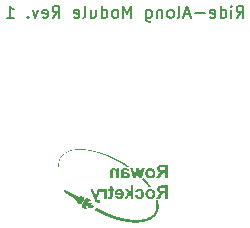
<source format=gbr>
%TF.GenerationSoftware,KiCad,Pcbnew,9.0.1*%
%TF.CreationDate,2025-04-10T15:19:34-04:00*%
%TF.ProjectId,ride-along-module,72696465-2d61-46c6-9f6e-672d6d6f6475,rev?*%
%TF.SameCoordinates,Original*%
%TF.FileFunction,Legend,Bot*%
%TF.FilePolarity,Positive*%
%FSLAX46Y46*%
G04 Gerber Fmt 4.6, Leading zero omitted, Abs format (unit mm)*
G04 Created by KiCad (PCBNEW 9.0.1) date 2025-04-10 15:19:34*
%MOMM*%
%LPD*%
G01*
G04 APERTURE LIST*
%ADD10C,0.145143*%
%ADD11C,0.000000*%
G04 APERTURE END LIST*
D10*
X150397093Y-57780112D02*
X150735760Y-57296303D01*
X150977665Y-57780112D02*
X150977665Y-56764112D01*
X150977665Y-56764112D02*
X150590617Y-56764112D01*
X150590617Y-56764112D02*
X150493855Y-56812493D01*
X150493855Y-56812493D02*
X150445474Y-56860874D01*
X150445474Y-56860874D02*
X150397093Y-56957636D01*
X150397093Y-56957636D02*
X150397093Y-57102779D01*
X150397093Y-57102779D02*
X150445474Y-57199541D01*
X150445474Y-57199541D02*
X150493855Y-57247922D01*
X150493855Y-57247922D02*
X150590617Y-57296303D01*
X150590617Y-57296303D02*
X150977665Y-57296303D01*
X149961665Y-57780112D02*
X149961665Y-57102779D01*
X149961665Y-56764112D02*
X150010046Y-56812493D01*
X150010046Y-56812493D02*
X149961665Y-56860874D01*
X149961665Y-56860874D02*
X149913284Y-56812493D01*
X149913284Y-56812493D02*
X149961665Y-56764112D01*
X149961665Y-56764112D02*
X149961665Y-56860874D01*
X149042426Y-57780112D02*
X149042426Y-56764112D01*
X149042426Y-57731732D02*
X149139188Y-57780112D01*
X149139188Y-57780112D02*
X149332712Y-57780112D01*
X149332712Y-57780112D02*
X149429474Y-57731732D01*
X149429474Y-57731732D02*
X149477855Y-57683351D01*
X149477855Y-57683351D02*
X149526236Y-57586589D01*
X149526236Y-57586589D02*
X149526236Y-57296303D01*
X149526236Y-57296303D02*
X149477855Y-57199541D01*
X149477855Y-57199541D02*
X149429474Y-57151160D01*
X149429474Y-57151160D02*
X149332712Y-57102779D01*
X149332712Y-57102779D02*
X149139188Y-57102779D01*
X149139188Y-57102779D02*
X149042426Y-57151160D01*
X148171569Y-57731732D02*
X148268331Y-57780112D01*
X148268331Y-57780112D02*
X148461855Y-57780112D01*
X148461855Y-57780112D02*
X148558617Y-57731732D01*
X148558617Y-57731732D02*
X148606998Y-57634970D01*
X148606998Y-57634970D02*
X148606998Y-57247922D01*
X148606998Y-57247922D02*
X148558617Y-57151160D01*
X148558617Y-57151160D02*
X148461855Y-57102779D01*
X148461855Y-57102779D02*
X148268331Y-57102779D01*
X148268331Y-57102779D02*
X148171569Y-57151160D01*
X148171569Y-57151160D02*
X148123188Y-57247922D01*
X148123188Y-57247922D02*
X148123188Y-57344684D01*
X148123188Y-57344684D02*
X148606998Y-57441446D01*
X147687760Y-57393065D02*
X146913665Y-57393065D01*
X146478236Y-57489827D02*
X145994426Y-57489827D01*
X146574998Y-57780112D02*
X146236331Y-56764112D01*
X146236331Y-56764112D02*
X145897664Y-57780112D01*
X145413855Y-57780112D02*
X145510617Y-57731732D01*
X145510617Y-57731732D02*
X145558998Y-57634970D01*
X145558998Y-57634970D02*
X145558998Y-56764112D01*
X144881665Y-57780112D02*
X144978427Y-57731732D01*
X144978427Y-57731732D02*
X145026808Y-57683351D01*
X145026808Y-57683351D02*
X145075189Y-57586589D01*
X145075189Y-57586589D02*
X145075189Y-57296303D01*
X145075189Y-57296303D02*
X145026808Y-57199541D01*
X145026808Y-57199541D02*
X144978427Y-57151160D01*
X144978427Y-57151160D02*
X144881665Y-57102779D01*
X144881665Y-57102779D02*
X144736522Y-57102779D01*
X144736522Y-57102779D02*
X144639760Y-57151160D01*
X144639760Y-57151160D02*
X144591379Y-57199541D01*
X144591379Y-57199541D02*
X144542998Y-57296303D01*
X144542998Y-57296303D02*
X144542998Y-57586589D01*
X144542998Y-57586589D02*
X144591379Y-57683351D01*
X144591379Y-57683351D02*
X144639760Y-57731732D01*
X144639760Y-57731732D02*
X144736522Y-57780112D01*
X144736522Y-57780112D02*
X144881665Y-57780112D01*
X144107570Y-57102779D02*
X144107570Y-57780112D01*
X144107570Y-57199541D02*
X144059189Y-57151160D01*
X144059189Y-57151160D02*
X143962427Y-57102779D01*
X143962427Y-57102779D02*
X143817284Y-57102779D01*
X143817284Y-57102779D02*
X143720522Y-57151160D01*
X143720522Y-57151160D02*
X143672141Y-57247922D01*
X143672141Y-57247922D02*
X143672141Y-57780112D01*
X142752903Y-57102779D02*
X142752903Y-57925255D01*
X142752903Y-57925255D02*
X142801284Y-58022017D01*
X142801284Y-58022017D02*
X142849665Y-58070398D01*
X142849665Y-58070398D02*
X142946427Y-58118779D01*
X142946427Y-58118779D02*
X143091570Y-58118779D01*
X143091570Y-58118779D02*
X143188332Y-58070398D01*
X142752903Y-57731732D02*
X142849665Y-57780112D01*
X142849665Y-57780112D02*
X143043189Y-57780112D01*
X143043189Y-57780112D02*
X143139951Y-57731732D01*
X143139951Y-57731732D02*
X143188332Y-57683351D01*
X143188332Y-57683351D02*
X143236713Y-57586589D01*
X143236713Y-57586589D02*
X143236713Y-57296303D01*
X143236713Y-57296303D02*
X143188332Y-57199541D01*
X143188332Y-57199541D02*
X143139951Y-57151160D01*
X143139951Y-57151160D02*
X143043189Y-57102779D01*
X143043189Y-57102779D02*
X142849665Y-57102779D01*
X142849665Y-57102779D02*
X142752903Y-57151160D01*
X141494999Y-57780112D02*
X141494999Y-56764112D01*
X141494999Y-56764112D02*
X141156332Y-57489827D01*
X141156332Y-57489827D02*
X140817665Y-56764112D01*
X140817665Y-56764112D02*
X140817665Y-57780112D01*
X140188713Y-57780112D02*
X140285475Y-57731732D01*
X140285475Y-57731732D02*
X140333856Y-57683351D01*
X140333856Y-57683351D02*
X140382237Y-57586589D01*
X140382237Y-57586589D02*
X140382237Y-57296303D01*
X140382237Y-57296303D02*
X140333856Y-57199541D01*
X140333856Y-57199541D02*
X140285475Y-57151160D01*
X140285475Y-57151160D02*
X140188713Y-57102779D01*
X140188713Y-57102779D02*
X140043570Y-57102779D01*
X140043570Y-57102779D02*
X139946808Y-57151160D01*
X139946808Y-57151160D02*
X139898427Y-57199541D01*
X139898427Y-57199541D02*
X139850046Y-57296303D01*
X139850046Y-57296303D02*
X139850046Y-57586589D01*
X139850046Y-57586589D02*
X139898427Y-57683351D01*
X139898427Y-57683351D02*
X139946808Y-57731732D01*
X139946808Y-57731732D02*
X140043570Y-57780112D01*
X140043570Y-57780112D02*
X140188713Y-57780112D01*
X138979189Y-57780112D02*
X138979189Y-56764112D01*
X138979189Y-57731732D02*
X139075951Y-57780112D01*
X139075951Y-57780112D02*
X139269475Y-57780112D01*
X139269475Y-57780112D02*
X139366237Y-57731732D01*
X139366237Y-57731732D02*
X139414618Y-57683351D01*
X139414618Y-57683351D02*
X139462999Y-57586589D01*
X139462999Y-57586589D02*
X139462999Y-57296303D01*
X139462999Y-57296303D02*
X139414618Y-57199541D01*
X139414618Y-57199541D02*
X139366237Y-57151160D01*
X139366237Y-57151160D02*
X139269475Y-57102779D01*
X139269475Y-57102779D02*
X139075951Y-57102779D01*
X139075951Y-57102779D02*
X138979189Y-57151160D01*
X138059951Y-57102779D02*
X138059951Y-57780112D01*
X138495380Y-57102779D02*
X138495380Y-57634970D01*
X138495380Y-57634970D02*
X138446999Y-57731732D01*
X138446999Y-57731732D02*
X138350237Y-57780112D01*
X138350237Y-57780112D02*
X138205094Y-57780112D01*
X138205094Y-57780112D02*
X138108332Y-57731732D01*
X138108332Y-57731732D02*
X138059951Y-57683351D01*
X137430999Y-57780112D02*
X137527761Y-57731732D01*
X137527761Y-57731732D02*
X137576142Y-57634970D01*
X137576142Y-57634970D02*
X137576142Y-56764112D01*
X136656904Y-57731732D02*
X136753666Y-57780112D01*
X136753666Y-57780112D02*
X136947190Y-57780112D01*
X136947190Y-57780112D02*
X137043952Y-57731732D01*
X137043952Y-57731732D02*
X137092333Y-57634970D01*
X137092333Y-57634970D02*
X137092333Y-57247922D01*
X137092333Y-57247922D02*
X137043952Y-57151160D01*
X137043952Y-57151160D02*
X136947190Y-57102779D01*
X136947190Y-57102779D02*
X136753666Y-57102779D01*
X136753666Y-57102779D02*
X136656904Y-57151160D01*
X136656904Y-57151160D02*
X136608523Y-57247922D01*
X136608523Y-57247922D02*
X136608523Y-57344684D01*
X136608523Y-57344684D02*
X137092333Y-57441446D01*
X134818428Y-57780112D02*
X135157095Y-57296303D01*
X135399000Y-57780112D02*
X135399000Y-56764112D01*
X135399000Y-56764112D02*
X135011952Y-56764112D01*
X135011952Y-56764112D02*
X134915190Y-56812493D01*
X134915190Y-56812493D02*
X134866809Y-56860874D01*
X134866809Y-56860874D02*
X134818428Y-56957636D01*
X134818428Y-56957636D02*
X134818428Y-57102779D01*
X134818428Y-57102779D02*
X134866809Y-57199541D01*
X134866809Y-57199541D02*
X134915190Y-57247922D01*
X134915190Y-57247922D02*
X135011952Y-57296303D01*
X135011952Y-57296303D02*
X135399000Y-57296303D01*
X133995952Y-57731732D02*
X134092714Y-57780112D01*
X134092714Y-57780112D02*
X134286238Y-57780112D01*
X134286238Y-57780112D02*
X134383000Y-57731732D01*
X134383000Y-57731732D02*
X134431381Y-57634970D01*
X134431381Y-57634970D02*
X134431381Y-57247922D01*
X134431381Y-57247922D02*
X134383000Y-57151160D01*
X134383000Y-57151160D02*
X134286238Y-57102779D01*
X134286238Y-57102779D02*
X134092714Y-57102779D01*
X134092714Y-57102779D02*
X133995952Y-57151160D01*
X133995952Y-57151160D02*
X133947571Y-57247922D01*
X133947571Y-57247922D02*
X133947571Y-57344684D01*
X133947571Y-57344684D02*
X134431381Y-57441446D01*
X133608905Y-57102779D02*
X133367000Y-57780112D01*
X133367000Y-57780112D02*
X133125095Y-57102779D01*
X132738048Y-57683351D02*
X132689667Y-57731732D01*
X132689667Y-57731732D02*
X132738048Y-57780112D01*
X132738048Y-57780112D02*
X132786429Y-57731732D01*
X132786429Y-57731732D02*
X132738048Y-57683351D01*
X132738048Y-57683351D02*
X132738048Y-57780112D01*
X130947952Y-57780112D02*
X131528524Y-57780112D01*
X131238238Y-57780112D02*
X131238238Y-56764112D01*
X131238238Y-56764112D02*
X131335000Y-56909255D01*
X131335000Y-56909255D02*
X131431762Y-57006017D01*
X131431762Y-57006017D02*
X131528524Y-57054398D01*
D11*
%TO.C,G\u002A\u002A\u002A*%
G36*
X135493998Y-71007751D02*
G01*
X135499173Y-71016819D01*
X135507952Y-71034274D01*
X135519407Y-71058243D01*
X135532611Y-71086849D01*
X135538960Y-71100951D01*
X135550699Y-71127829D01*
X135559630Y-71149406D01*
X135564973Y-71163760D01*
X135565946Y-71168967D01*
X135565526Y-71168726D01*
X135560968Y-71161470D01*
X135553002Y-71145898D01*
X135542715Y-71124425D01*
X135531192Y-71099466D01*
X135519521Y-71073436D01*
X135508787Y-71048752D01*
X135500077Y-71027828D01*
X135494477Y-71013080D01*
X135493072Y-71006923D01*
X135493998Y-71007751D01*
G37*
G36*
X142637993Y-71460000D02*
G01*
X142666969Y-71490036D01*
X142702812Y-71527284D01*
X142732745Y-71558586D01*
X142758299Y-71585613D01*
X142781006Y-71610033D01*
X142802397Y-71633514D01*
X142824003Y-71657725D01*
X142847357Y-71684336D01*
X142873988Y-71715016D01*
X142905430Y-71751432D01*
X142910282Y-71757060D01*
X142935301Y-71786146D01*
X142956486Y-71810992D01*
X142975236Y-71833344D01*
X142992953Y-71854949D01*
X143011036Y-71877554D01*
X143030887Y-71902905D01*
X143053905Y-71932749D01*
X143081492Y-71968834D01*
X143115046Y-72012906D01*
X143202111Y-72127362D01*
X143099302Y-72127362D01*
X142996494Y-72127362D01*
X142927692Y-72035916D01*
X142919385Y-72024911D01*
X142859829Y-71948039D01*
X142796630Y-71870020D01*
X142728641Y-71789520D01*
X142654717Y-71705202D01*
X142573712Y-71615733D01*
X142484478Y-71519777D01*
X142475611Y-71510337D01*
X142453158Y-71486135D01*
X142437909Y-71468896D01*
X142428894Y-71457247D01*
X142425142Y-71449815D01*
X142425681Y-71445226D01*
X142429539Y-71442107D01*
X142433287Y-71439916D01*
X142457256Y-71419277D01*
X142477789Y-71390588D01*
X142492216Y-71357456D01*
X142503512Y-71320660D01*
X142637993Y-71460000D01*
G37*
G36*
X141657101Y-72524142D02*
G01*
X141657101Y-73085737D01*
X141547223Y-73085737D01*
X141437346Y-73085737D01*
X141437052Y-72952969D01*
X141436758Y-72820200D01*
X141389636Y-72769715D01*
X141342514Y-72719230D01*
X141241901Y-72902299D01*
X141141287Y-73085369D01*
X141023565Y-73085553D01*
X141017990Y-73085561D01*
X140978775Y-73085539D01*
X140950077Y-73085260D01*
X140930391Y-73084581D01*
X140918209Y-73083363D01*
X140912025Y-73081463D01*
X140910333Y-73078741D01*
X140911625Y-73075055D01*
X140915031Y-73068995D01*
X140924038Y-73053138D01*
X140937922Y-73028765D01*
X140956055Y-72996976D01*
X140977808Y-72958871D01*
X141002555Y-72915551D01*
X141029667Y-72868116D01*
X141058515Y-72817666D01*
X141084815Y-72771545D01*
X141111588Y-72724286D01*
X141135805Y-72681215D01*
X141156878Y-72643397D01*
X141174217Y-72611897D01*
X141187231Y-72587781D01*
X141195330Y-72572114D01*
X141197925Y-72565960D01*
X141196037Y-72563436D01*
X141186868Y-72552827D01*
X141170993Y-72535068D01*
X141149403Y-72511250D01*
X141123089Y-72482466D01*
X141093041Y-72449805D01*
X141060253Y-72414360D01*
X140924280Y-72267761D01*
X141058523Y-72267761D01*
X141192766Y-72267761D01*
X141313530Y-72406085D01*
X141434294Y-72544409D01*
X141435879Y-72253478D01*
X141437464Y-71962546D01*
X141547282Y-71962546D01*
X141657101Y-71962546D01*
X141657101Y-72524142D01*
G37*
G36*
X139996538Y-70498327D02*
G01*
X140051188Y-70506167D01*
X140100611Y-70523124D01*
X140147217Y-70550174D01*
X140193414Y-70588291D01*
X140234798Y-70627183D01*
X140234798Y-70571504D01*
X140234798Y-70515826D01*
X140335519Y-70515826D01*
X140436240Y-70515826D01*
X140436240Y-70924815D01*
X140436240Y-71333803D01*
X140326766Y-71333803D01*
X140217291Y-71333803D01*
X140215064Y-71066740D01*
X140214537Y-71007855D01*
X140213928Y-70952493D01*
X140213248Y-70907134D01*
X140212448Y-70870613D01*
X140211476Y-70841765D01*
X140210283Y-70819427D01*
X140208817Y-70802432D01*
X140207029Y-70789617D01*
X140204867Y-70779816D01*
X140202282Y-70771865D01*
X140190904Y-70747685D01*
X140164714Y-70713321D01*
X140130879Y-70687610D01*
X140090827Y-70671521D01*
X140045986Y-70666019D01*
X140023266Y-70666901D01*
X139998556Y-70671761D01*
X139977516Y-70682526D01*
X139955359Y-70701047D01*
X139955250Y-70701151D01*
X139946526Y-70709832D01*
X139939181Y-70718689D01*
X139933083Y-70728816D01*
X139928101Y-70741306D01*
X139924106Y-70757254D01*
X139920966Y-70777753D01*
X139918551Y-70803898D01*
X139916730Y-70836781D01*
X139915373Y-70877497D01*
X139914348Y-70927141D01*
X139913526Y-70986805D01*
X139912775Y-71057583D01*
X139910042Y-71333803D01*
X139803831Y-71333803D01*
X139697620Y-71333803D01*
X139697620Y-71032761D01*
X139697762Y-70955952D01*
X139698192Y-70886808D01*
X139698900Y-70827262D01*
X139699875Y-70777837D01*
X139701107Y-70739054D01*
X139702586Y-70711434D01*
X139704301Y-70695498D01*
X139713764Y-70658711D01*
X139735651Y-70611379D01*
X139766639Y-70571618D01*
X139806112Y-70539889D01*
X139853451Y-70516655D01*
X139908040Y-70502376D01*
X139969261Y-70497513D01*
X139996538Y-70498327D01*
G37*
G36*
X139689714Y-71980983D02*
G01*
X139697810Y-71985089D01*
X139714427Y-71994321D01*
X139737928Y-72007744D01*
X139766672Y-72024425D01*
X139799021Y-72043428D01*
X139904931Y-72105997D01*
X139905049Y-72186879D01*
X139905166Y-72267761D01*
X139954000Y-72267761D01*
X140002835Y-72267761D01*
X140002835Y-72350169D01*
X140002835Y-72432577D01*
X139954000Y-72432577D01*
X139905166Y-72432577D01*
X139905166Y-72675916D01*
X139905166Y-72676417D01*
X139905006Y-72734336D01*
X139904553Y-72788397D01*
X139903837Y-72837210D01*
X139902891Y-72879382D01*
X139901744Y-72913522D01*
X139900429Y-72938237D01*
X139898976Y-72952136D01*
X139894371Y-72972702D01*
X139878520Y-73014800D01*
X139855027Y-73048061D01*
X139822926Y-73073637D01*
X139781250Y-73092683D01*
X139754568Y-73099256D01*
X139714967Y-73103454D01*
X139670853Y-73103591D01*
X139626044Y-73099687D01*
X139584362Y-73091758D01*
X139578053Y-73090109D01*
X139555798Y-73083695D01*
X139538930Y-73077918D01*
X139530695Y-73073862D01*
X139529251Y-73068240D01*
X139528845Y-73052932D01*
X139529698Y-73030892D01*
X139531551Y-73004826D01*
X139534141Y-72977435D01*
X139537207Y-72951425D01*
X139540488Y-72929498D01*
X139543723Y-72914360D01*
X139546650Y-72908713D01*
X139553301Y-72909758D01*
X139568846Y-72913199D01*
X139589051Y-72918208D01*
X139606549Y-72922109D01*
X139635180Y-72924179D01*
X139656785Y-72918362D01*
X139673128Y-72904369D01*
X139673668Y-72903675D01*
X139676739Y-72899138D01*
X139679223Y-72893500D01*
X139681181Y-72885527D01*
X139682677Y-72873985D01*
X139683771Y-72857639D01*
X139684528Y-72835256D01*
X139685007Y-72805602D01*
X139685273Y-72767441D01*
X139685387Y-72719540D01*
X139685411Y-72660665D01*
X139685411Y-72432577D01*
X139612160Y-72432577D01*
X139538908Y-72432577D01*
X139538908Y-72350169D01*
X139538908Y-72267761D01*
X139612160Y-72267761D01*
X139685411Y-72267761D01*
X139685411Y-72124310D01*
X139685475Y-72098343D01*
X139685815Y-72060544D01*
X139686409Y-72028210D01*
X139687211Y-72003028D01*
X139688177Y-71986682D01*
X139689261Y-71980859D01*
X139689714Y-71980983D01*
G37*
G36*
X143513655Y-70975998D02*
G01*
X143509092Y-71023765D01*
X143500881Y-71065428D01*
X143488427Y-71103975D01*
X143471132Y-71142393D01*
X143464011Y-71155730D01*
X143427327Y-71208832D01*
X143381383Y-71254942D01*
X143327306Y-71293229D01*
X143266225Y-71322858D01*
X143199267Y-71342999D01*
X143198251Y-71343217D01*
X143163170Y-71348307D01*
X143121032Y-71350879D01*
X143076567Y-71350923D01*
X143034506Y-71348431D01*
X142999578Y-71343393D01*
X142955263Y-71331084D01*
X142894769Y-71304084D01*
X142839636Y-71267186D01*
X142790929Y-71221442D01*
X142749716Y-71167906D01*
X142717063Y-71107632D01*
X142694037Y-71041672D01*
X142686410Y-71000855D01*
X142682230Y-70952658D01*
X142681937Y-70928185D01*
X142904295Y-70928185D01*
X142909021Y-70984154D01*
X142921110Y-71037663D01*
X142936008Y-71071856D01*
X142960397Y-71106727D01*
X142990529Y-71135786D01*
X143023628Y-71155836D01*
X143054438Y-71166356D01*
X143100249Y-71172334D01*
X143144434Y-71167163D01*
X143185549Y-71151463D01*
X143222153Y-71125853D01*
X143252801Y-71090954D01*
X143276052Y-71047385D01*
X143279114Y-71039392D01*
X143283721Y-71024540D01*
X143286777Y-71008381D01*
X143288586Y-70988189D01*
X143289449Y-70961242D01*
X143289669Y-70924815D01*
X143289020Y-70884919D01*
X143286113Y-70845769D01*
X143280227Y-70814154D01*
X143270661Y-70787583D01*
X143256717Y-70763564D01*
X143237694Y-70739604D01*
X143208221Y-70712548D01*
X143169490Y-70690782D01*
X143127603Y-70679266D01*
X143084459Y-70678025D01*
X143041961Y-70687081D01*
X143002008Y-70706459D01*
X142966501Y-70736183D01*
X142953495Y-70751542D01*
X142937560Y-70774108D01*
X142926566Y-70794108D01*
X142916629Y-70822510D01*
X142906857Y-70873167D01*
X142904295Y-70928185D01*
X142681937Y-70928185D01*
X142681624Y-70902003D01*
X142684647Y-70853531D01*
X142691352Y-70811885D01*
X142697696Y-70788216D01*
X142722149Y-70726480D01*
X142756240Y-70669124D01*
X142798581Y-70617929D01*
X142847782Y-70574676D01*
X142902454Y-70541148D01*
X142938655Y-70525057D01*
X142988483Y-70509303D01*
X143041368Y-70500450D01*
X143101318Y-70497619D01*
X143136685Y-70498723D01*
X143208507Y-70508915D01*
X143274193Y-70529579D01*
X143333399Y-70560468D01*
X143385781Y-70601338D01*
X143430993Y-70651941D01*
X143468691Y-70712031D01*
X143498531Y-70781363D01*
X143499152Y-70783145D01*
X143505664Y-70802819D01*
X143510172Y-70819924D01*
X143513025Y-70837417D01*
X143514573Y-70858251D01*
X143515168Y-70885381D01*
X143515157Y-70921762D01*
X143515072Y-70924815D01*
X143513655Y-70975998D01*
G37*
G36*
X143513655Y-72727933D02*
G01*
X143509092Y-72775700D01*
X143500881Y-72817362D01*
X143488427Y-72855909D01*
X143471132Y-72894328D01*
X143464011Y-72907664D01*
X143427327Y-72960766D01*
X143381383Y-73006877D01*
X143327306Y-73045163D01*
X143266225Y-73074793D01*
X143199267Y-73094934D01*
X143198251Y-73095152D01*
X143163170Y-73100241D01*
X143121032Y-73102813D01*
X143076567Y-73102858D01*
X143034506Y-73100366D01*
X142999578Y-73095328D01*
X142955263Y-73083019D01*
X142894769Y-73056019D01*
X142839636Y-73019120D01*
X142790929Y-72973377D01*
X142749716Y-72919841D01*
X142717063Y-72859567D01*
X142694037Y-72793607D01*
X142686410Y-72752790D01*
X142682230Y-72704593D01*
X142681937Y-72680119D01*
X142904295Y-72680119D01*
X142909021Y-72736088D01*
X142921110Y-72789597D01*
X142936008Y-72823790D01*
X142960397Y-72858661D01*
X142990529Y-72887721D01*
X143023628Y-72907771D01*
X143054438Y-72918290D01*
X143100249Y-72924269D01*
X143144434Y-72919098D01*
X143185549Y-72903398D01*
X143222153Y-72877788D01*
X143252801Y-72842888D01*
X143276052Y-72799320D01*
X143279114Y-72791326D01*
X143283721Y-72776475D01*
X143286777Y-72760315D01*
X143288586Y-72740124D01*
X143289449Y-72713176D01*
X143289669Y-72676749D01*
X143289020Y-72636853D01*
X143286113Y-72597704D01*
X143280227Y-72566089D01*
X143270661Y-72539518D01*
X143256717Y-72515498D01*
X143237694Y-72491539D01*
X143208221Y-72464483D01*
X143169490Y-72442717D01*
X143127603Y-72431201D01*
X143084459Y-72429959D01*
X143041961Y-72439015D01*
X143002008Y-72458394D01*
X142966501Y-72488118D01*
X142953495Y-72503476D01*
X142937560Y-72526043D01*
X142926566Y-72546043D01*
X142916629Y-72574445D01*
X142906857Y-72625101D01*
X142904295Y-72680119D01*
X142681937Y-72680119D01*
X142681624Y-72653938D01*
X142684647Y-72605466D01*
X142691352Y-72563820D01*
X142697696Y-72540150D01*
X142722149Y-72478415D01*
X142756240Y-72421059D01*
X142798581Y-72369863D01*
X142847782Y-72326611D01*
X142902454Y-72293083D01*
X142938655Y-72276991D01*
X142988483Y-72261238D01*
X143041368Y-72252385D01*
X143101318Y-72249554D01*
X143136685Y-72250658D01*
X143208507Y-72260849D01*
X143274193Y-72281513D01*
X143333399Y-72312403D01*
X143385781Y-72353272D01*
X143430993Y-72403875D01*
X143468691Y-72463966D01*
X143498531Y-72533298D01*
X143499152Y-72535080D01*
X143505664Y-72554753D01*
X143510172Y-72571859D01*
X143513025Y-72589351D01*
X143514573Y-72610185D01*
X143515168Y-72637315D01*
X143515157Y-72673697D01*
X143515072Y-72676749D01*
X143513655Y-72727933D01*
G37*
G36*
X144599374Y-70771780D02*
G01*
X144599374Y-71333803D01*
X144483392Y-71333803D01*
X144367411Y-71333803D01*
X144367411Y-71097869D01*
X144367411Y-70861936D01*
X144299511Y-70866060D01*
X144284905Y-70867057D01*
X144244818Y-70871622D01*
X144213075Y-70879161D01*
X144186792Y-70890847D01*
X144163086Y-70907855D01*
X144139073Y-70931357D01*
X144130405Y-70941675D01*
X144114537Y-70962391D01*
X144093831Y-70990665D01*
X144069319Y-71025046D01*
X144042033Y-71064085D01*
X144013006Y-71106331D01*
X143983270Y-71150333D01*
X143860339Y-71333803D01*
X143723500Y-71333803D01*
X143586660Y-71333803D01*
X143669630Y-71201034D01*
X143675915Y-71190985D01*
X143715575Y-71128081D01*
X143750026Y-71074569D01*
X143780064Y-71029427D01*
X143806484Y-70991635D01*
X143830083Y-70960169D01*
X143851654Y-70934009D01*
X143871994Y-70912133D01*
X143891898Y-70893518D01*
X143912162Y-70877143D01*
X143933581Y-70861986D01*
X143948986Y-70850832D01*
X143958405Y-70841625D01*
X143957998Y-70837236D01*
X143949292Y-70834829D01*
X143931980Y-70830218D01*
X143910614Y-70824631D01*
X143881808Y-70815984D01*
X143825234Y-70790735D01*
X143777323Y-70757028D01*
X143738435Y-70715297D01*
X143708931Y-70665976D01*
X143689171Y-70609498D01*
X143680614Y-70553488D01*
X143916331Y-70553488D01*
X143921713Y-70589078D01*
X143931597Y-70612705D01*
X143953045Y-70640218D01*
X143981577Y-70661673D01*
X144014345Y-70674443D01*
X144025786Y-70676162D01*
X144049238Y-70678305D01*
X144081160Y-70680386D01*
X144119495Y-70682290D01*
X144162185Y-70683904D01*
X144207173Y-70685113D01*
X144367411Y-70688531D01*
X144367411Y-70544188D01*
X144367411Y-70399845D01*
X144228538Y-70400113D01*
X144209002Y-70400175D01*
X144148684Y-70400821D01*
X144098910Y-70402336D01*
X144058397Y-70404981D01*
X144025861Y-70409016D01*
X144000020Y-70414702D01*
X143979590Y-70422301D01*
X143963289Y-70432072D01*
X143949833Y-70444277D01*
X143937939Y-70459177D01*
X143925921Y-70483065D01*
X143917908Y-70516756D01*
X143916331Y-70553488D01*
X143680614Y-70553488D01*
X143679515Y-70546298D01*
X143678779Y-70527612D01*
X143683220Y-70469133D01*
X143697328Y-70413428D01*
X143720251Y-70362132D01*
X143751138Y-70316879D01*
X143789137Y-70279302D01*
X143833397Y-70251036D01*
X143847310Y-70244367D01*
X143862157Y-70237864D01*
X143877105Y-70232380D01*
X143893256Y-70227817D01*
X143911710Y-70224080D01*
X143933567Y-70221070D01*
X143959929Y-70218691D01*
X143991895Y-70216847D01*
X144030567Y-70215440D01*
X144077045Y-70214373D01*
X144132429Y-70213551D01*
X144197821Y-70212876D01*
X144274320Y-70212250D01*
X144599374Y-70209757D01*
X144599374Y-70544188D01*
X144599374Y-70771780D01*
G37*
G36*
X144599374Y-72523714D02*
G01*
X144599374Y-73085737D01*
X144483392Y-73085737D01*
X144367411Y-73085737D01*
X144367411Y-72849804D01*
X144367411Y-72613871D01*
X144299511Y-72617995D01*
X144284905Y-72618992D01*
X144244818Y-72623557D01*
X144213075Y-72631096D01*
X144186792Y-72642782D01*
X144163086Y-72659790D01*
X144139073Y-72683292D01*
X144130405Y-72693610D01*
X144114537Y-72714325D01*
X144093831Y-72742599D01*
X144069319Y-72776981D01*
X144042033Y-72816020D01*
X144013006Y-72858266D01*
X143983270Y-72902268D01*
X143860339Y-73085737D01*
X143723500Y-73085737D01*
X143586660Y-73085737D01*
X143669630Y-72952969D01*
X143675915Y-72942920D01*
X143715575Y-72880015D01*
X143750026Y-72826503D01*
X143780064Y-72781362D01*
X143806484Y-72743570D01*
X143830083Y-72712104D01*
X143851654Y-72685944D01*
X143871994Y-72664067D01*
X143891898Y-72645452D01*
X143912162Y-72629078D01*
X143933581Y-72613921D01*
X143948986Y-72602767D01*
X143958405Y-72593560D01*
X143957998Y-72589170D01*
X143949292Y-72586763D01*
X143931980Y-72582153D01*
X143910614Y-72576566D01*
X143881808Y-72567918D01*
X143825234Y-72542670D01*
X143777323Y-72508963D01*
X143738435Y-72467232D01*
X143708931Y-72417911D01*
X143689171Y-72361433D01*
X143680614Y-72305423D01*
X143916331Y-72305423D01*
X143921713Y-72341013D01*
X143931597Y-72364640D01*
X143953045Y-72392153D01*
X143981577Y-72413607D01*
X144014345Y-72426378D01*
X144025786Y-72428096D01*
X144049238Y-72430240D01*
X144081160Y-72432321D01*
X144119495Y-72434225D01*
X144162185Y-72435839D01*
X144207173Y-72437048D01*
X144367411Y-72440465D01*
X144367411Y-72296122D01*
X144367411Y-72151779D01*
X144228538Y-72152047D01*
X144209002Y-72152109D01*
X144148684Y-72152755D01*
X144098910Y-72154270D01*
X144058397Y-72156915D01*
X144025861Y-72160950D01*
X144000020Y-72166637D01*
X143979590Y-72174235D01*
X143963289Y-72184007D01*
X143949833Y-72196212D01*
X143937939Y-72211111D01*
X143925921Y-72235000D01*
X143917908Y-72268690D01*
X143916331Y-72305423D01*
X143680614Y-72305423D01*
X143679515Y-72298233D01*
X143678779Y-72279547D01*
X143683220Y-72221068D01*
X143697328Y-72165363D01*
X143720251Y-72114067D01*
X143751138Y-72068813D01*
X143789137Y-72031237D01*
X143833397Y-72002971D01*
X143847310Y-71996301D01*
X143862157Y-71989799D01*
X143877105Y-71984315D01*
X143893256Y-71979752D01*
X143911710Y-71976014D01*
X143933567Y-71973004D01*
X143959929Y-71970626D01*
X143991895Y-71968781D01*
X144030567Y-71967374D01*
X144077045Y-71966308D01*
X144132429Y-71965486D01*
X144197821Y-71964810D01*
X144274320Y-71964185D01*
X144599374Y-71961691D01*
X144599374Y-72296122D01*
X144599374Y-72523714D01*
G37*
G36*
X140842904Y-72630230D02*
G01*
X140843275Y-72707271D01*
X140842804Y-72717832D01*
X140839438Y-72765337D01*
X140833832Y-72805053D01*
X140825138Y-72840623D01*
X140812505Y-72875689D01*
X140795083Y-72913893D01*
X140772986Y-72952753D01*
X140734055Y-73001329D01*
X140686967Y-73040848D01*
X140631848Y-73071212D01*
X140568825Y-73092321D01*
X140563699Y-73093512D01*
X140525073Y-73099557D01*
X140479775Y-73102790D01*
X140432322Y-73103156D01*
X140387234Y-73100598D01*
X140349029Y-73095060D01*
X140302745Y-73081564D01*
X140247148Y-73054588D01*
X140197438Y-73017859D01*
X140155080Y-72972503D01*
X140121534Y-72919648D01*
X140121367Y-72919319D01*
X140109113Y-72893228D01*
X140103097Y-72875567D01*
X140103608Y-72867186D01*
X140107766Y-72865324D01*
X140122420Y-72861423D01*
X140144911Y-72856615D01*
X140172763Y-72851313D01*
X140203501Y-72845927D01*
X140234648Y-72840871D01*
X140263727Y-72836557D01*
X140288263Y-72833397D01*
X140305779Y-72831804D01*
X140313799Y-72832189D01*
X140315724Y-72833726D01*
X140320259Y-72843783D01*
X140321683Y-72848986D01*
X140328217Y-72862631D01*
X140338256Y-72879763D01*
X140353324Y-72899645D01*
X140379071Y-72920115D01*
X140411203Y-72931756D01*
X140451501Y-72935441D01*
X140483552Y-72932726D01*
X140524421Y-72919847D01*
X140559071Y-72897020D01*
X140586758Y-72864954D01*
X140606741Y-72824359D01*
X140618277Y-72775944D01*
X140623453Y-72737792D01*
X140355064Y-72737792D01*
X140086675Y-72737792D01*
X140089927Y-72659962D01*
X140095060Y-72603498D01*
X140300373Y-72603498D01*
X140459871Y-72603498D01*
X140619369Y-72603498D01*
X140619369Y-72586515D01*
X140618898Y-72579049D01*
X140615934Y-72559484D01*
X140611145Y-72537828D01*
X140609651Y-72532395D01*
X140592316Y-72491924D01*
X140567130Y-72459458D01*
X140535707Y-72435674D01*
X140499664Y-72421249D01*
X140460616Y-72416861D01*
X140420178Y-72423188D01*
X140379967Y-72440906D01*
X140370663Y-72446722D01*
X140354054Y-72459869D01*
X140341097Y-72476132D01*
X140328053Y-72499749D01*
X140318328Y-72522048D01*
X140309288Y-72548890D01*
X140304312Y-72571450D01*
X140300373Y-72603498D01*
X140095060Y-72603498D01*
X140096932Y-72582913D01*
X140111582Y-72513625D01*
X140134103Y-72452624D01*
X140164771Y-72399162D01*
X140203864Y-72352490D01*
X140230778Y-72327942D01*
X140281628Y-72293229D01*
X140337874Y-72268819D01*
X140400330Y-72254396D01*
X140469814Y-72249644D01*
X140487824Y-72249993D01*
X140555102Y-72258109D01*
X140616831Y-72276790D01*
X140672503Y-72305786D01*
X140721609Y-72344848D01*
X140763638Y-72393727D01*
X140793656Y-72442082D01*
X140818486Y-72499178D01*
X140834772Y-72561380D01*
X140837741Y-72586515D01*
X140842904Y-72630230D01*
G37*
G36*
X142234837Y-72253749D02*
G01*
X142302416Y-72268285D01*
X142363448Y-72292696D01*
X142417408Y-72326573D01*
X142463771Y-72369507D01*
X142502013Y-72421089D01*
X142531610Y-72480909D01*
X142552036Y-72548559D01*
X142557623Y-72584170D01*
X142561063Y-72628285D01*
X142562249Y-72676425D01*
X142561178Y-72724584D01*
X142557845Y-72768757D01*
X142552249Y-72804940D01*
X142535002Y-72863026D01*
X142506635Y-72922425D01*
X142469612Y-72975200D01*
X142424953Y-73020341D01*
X142373673Y-73056839D01*
X142316790Y-73083682D01*
X142255322Y-73099859D01*
X142246791Y-73100717D01*
X142227355Y-73101777D01*
X142201463Y-73102655D01*
X142172365Y-73103219D01*
X142158189Y-73103239D01*
X142092528Y-73098545D01*
X142032866Y-73085437D01*
X141976314Y-73063328D01*
X141954313Y-73050544D01*
X141922235Y-73025672D01*
X141890770Y-72995168D01*
X141863124Y-72962227D01*
X141842506Y-72930044D01*
X141830624Y-72905213D01*
X141819604Y-72878538D01*
X141810322Y-72852646D01*
X141803629Y-72830111D01*
X141800372Y-72813506D01*
X141801400Y-72805404D01*
X141807113Y-72803443D01*
X141822676Y-72799839D01*
X141845547Y-72795199D01*
X141873316Y-72789947D01*
X141903573Y-72784504D01*
X141933904Y-72779294D01*
X141961900Y-72774738D01*
X141985148Y-72771261D01*
X142001238Y-72769284D01*
X142007758Y-72769230D01*
X142009473Y-72773306D01*
X142013770Y-72786387D01*
X142019314Y-72804940D01*
X142019419Y-72805303D01*
X142036315Y-72849185D01*
X142058902Y-72882459D01*
X142087797Y-72905623D01*
X142123616Y-72919171D01*
X142166978Y-72923602D01*
X142181828Y-72923391D01*
X142203698Y-72921225D01*
X142222257Y-72915557D01*
X142243282Y-72904977D01*
X142249541Y-72901266D01*
X142281547Y-72874836D01*
X142306905Y-72841093D01*
X142322836Y-72803578D01*
X142328932Y-72777969D01*
X142337607Y-72720948D01*
X142340544Y-72662793D01*
X142337819Y-72606519D01*
X142329504Y-72555142D01*
X142315673Y-72511678D01*
X142299981Y-72483519D01*
X142274098Y-72455090D01*
X142243016Y-72434387D01*
X142208548Y-72421432D01*
X142172504Y-72416252D01*
X142136695Y-72418871D01*
X142102932Y-72429313D01*
X142073025Y-72447602D01*
X142048787Y-72473764D01*
X142032027Y-72507824D01*
X142027786Y-72520511D01*
X142022607Y-72535053D01*
X142019804Y-72541625D01*
X142014772Y-72541741D01*
X141999829Y-72540027D01*
X141977404Y-72536734D01*
X141949907Y-72532289D01*
X141919748Y-72527117D01*
X141889339Y-72521643D01*
X141861091Y-72516291D01*
X141837413Y-72511488D01*
X141820717Y-72507657D01*
X141813412Y-72505225D01*
X141811845Y-72497462D01*
X141815494Y-72481312D01*
X141823713Y-72459463D01*
X141835475Y-72434310D01*
X141849752Y-72408253D01*
X141865516Y-72383689D01*
X141890821Y-72351809D01*
X141931941Y-72314043D01*
X141979500Y-72285267D01*
X142034273Y-72265138D01*
X142097036Y-72253313D01*
X142168564Y-72249448D01*
X142234837Y-72253749D01*
G37*
G36*
X141634670Y-70544822D02*
G01*
X141635077Y-70546205D01*
X141639221Y-70560439D01*
X141646237Y-70584670D01*
X141655700Y-70617426D01*
X141667185Y-70657235D01*
X141680268Y-70702624D01*
X141694523Y-70752122D01*
X141709527Y-70804255D01*
X141713696Y-70818726D01*
X141728138Y-70868495D01*
X141741512Y-70914050D01*
X141753439Y-70954135D01*
X141763540Y-70987497D01*
X141771437Y-71012880D01*
X141776750Y-71029030D01*
X141779102Y-71034692D01*
X141780202Y-71032132D01*
X141784088Y-71019193D01*
X141790372Y-70996402D01*
X141798741Y-70964964D01*
X141808878Y-70926080D01*
X141820468Y-70880954D01*
X141833195Y-70830788D01*
X141846745Y-70776785D01*
X141911105Y-70518878D01*
X142017455Y-70518878D01*
X142123804Y-70518878D01*
X142190869Y-70776785D01*
X142200457Y-70813527D01*
X142214010Y-70865009D01*
X142226484Y-70911855D01*
X142237550Y-70952867D01*
X142246882Y-70986845D01*
X142254153Y-71012594D01*
X142259037Y-71028914D01*
X142261207Y-71034608D01*
X142262526Y-71031653D01*
X142266938Y-71018260D01*
X142274029Y-70995142D01*
X142283450Y-70963484D01*
X142294853Y-70924473D01*
X142307888Y-70879293D01*
X142322208Y-70829132D01*
X142337463Y-70775175D01*
X142410447Y-70515826D01*
X142516425Y-70515826D01*
X142543287Y-70515859D01*
X142574327Y-70516105D01*
X142595853Y-70516739D01*
X142609482Y-70517929D01*
X142616827Y-70519842D01*
X142619504Y-70522646D01*
X142619129Y-70526509D01*
X142617515Y-70531738D01*
X142611937Y-70549682D01*
X142603461Y-70576849D01*
X142592452Y-70612080D01*
X142579272Y-70654215D01*
X142564286Y-70702096D01*
X142547857Y-70754561D01*
X142530349Y-70810451D01*
X142512126Y-70868607D01*
X142493550Y-70927869D01*
X142474986Y-70987077D01*
X142456796Y-71045072D01*
X142439346Y-71100693D01*
X142422998Y-71152781D01*
X142408115Y-71200176D01*
X142395063Y-71241719D01*
X142384203Y-71276250D01*
X142375900Y-71302609D01*
X142370517Y-71319636D01*
X142368418Y-71326172D01*
X142368368Y-71326296D01*
X142363663Y-71329229D01*
X142351688Y-71331360D01*
X142331210Y-71332775D01*
X142300998Y-71333560D01*
X142259819Y-71333803D01*
X142154055Y-71333803D01*
X142087345Y-71077562D01*
X142077828Y-71041235D01*
X142064305Y-70990437D01*
X142051829Y-70944528D01*
X142040729Y-70904666D01*
X142031334Y-70872006D01*
X142023973Y-70847706D01*
X142018973Y-70832923D01*
X142016664Y-70828812D01*
X142015807Y-70831208D01*
X142011973Y-70844149D01*
X142005559Y-70866976D01*
X141996910Y-70898422D01*
X141986371Y-70937219D01*
X141974288Y-70982102D01*
X141961005Y-71031802D01*
X141946868Y-71085052D01*
X141881043Y-71333803D01*
X141776196Y-71333803D01*
X141671349Y-71333803D01*
X141544372Y-70935497D01*
X141531681Y-70895682D01*
X141510830Y-70830232D01*
X141491213Y-70768616D01*
X141473139Y-70711808D01*
X141456919Y-70660782D01*
X141442861Y-70616514D01*
X141431275Y-70579978D01*
X141422472Y-70552148D01*
X141416760Y-70534000D01*
X141414449Y-70526509D01*
X141414034Y-70523692D01*
X141415743Y-70520601D01*
X141421605Y-70518442D01*
X141433232Y-70517051D01*
X141452233Y-70516260D01*
X141480221Y-70515907D01*
X141518805Y-70515826D01*
X141626106Y-70515826D01*
X141634670Y-70544822D01*
G37*
G36*
X135853229Y-72357410D02*
G01*
X135893618Y-72363374D01*
X135943474Y-72374841D01*
X135960035Y-72379224D01*
X135987159Y-72386919D01*
X136013739Y-72395292D01*
X136040625Y-72404769D01*
X136068667Y-72415776D01*
X136098714Y-72428741D01*
X136131618Y-72444088D01*
X136168227Y-72462243D01*
X136209393Y-72483634D01*
X136255965Y-72508686D01*
X136308793Y-72537825D01*
X136368727Y-72571477D01*
X136436618Y-72610069D01*
X136513315Y-72654026D01*
X136599668Y-72703775D01*
X136639301Y-72726624D01*
X136712668Y-72768760D01*
X136776220Y-72805013D01*
X136830409Y-72835629D01*
X136875684Y-72860856D01*
X136912497Y-72880942D01*
X136941299Y-72896133D01*
X136962539Y-72906678D01*
X136976670Y-72912823D01*
X136984141Y-72914817D01*
X136996122Y-72914193D01*
X137017859Y-72912289D01*
X137045555Y-72909413D01*
X137076004Y-72905875D01*
X137096264Y-72903404D01*
X137159072Y-72895867D01*
X137210735Y-72889898D01*
X137251992Y-72885423D01*
X137283579Y-72882371D01*
X137306236Y-72880667D01*
X137320699Y-72880240D01*
X137327707Y-72881016D01*
X137335091Y-72884823D01*
X137350921Y-72893951D01*
X137372410Y-72906835D01*
X137397104Y-72922023D01*
X137406858Y-72928117D01*
X137429746Y-72942861D01*
X137444478Y-72953606D01*
X137452825Y-72962004D01*
X137456555Y-72969708D01*
X137457439Y-72978370D01*
X137457447Y-72979499D01*
X137457892Y-72999278D01*
X137458869Y-73027313D01*
X137460222Y-73060195D01*
X137461796Y-73094514D01*
X137463434Y-73126860D01*
X137464982Y-73153825D01*
X137466284Y-73171997D01*
X137466778Y-73180502D01*
X137466171Y-73189746D01*
X137463647Y-73200131D01*
X137458496Y-73213223D01*
X137450010Y-73230586D01*
X137437480Y-73253787D01*
X137420196Y-73284391D01*
X137397450Y-73323964D01*
X137326098Y-73447663D01*
X137222325Y-73501618D01*
X137220622Y-73502503D01*
X137187934Y-73519268D01*
X137158731Y-73533849D01*
X137134841Y-73545364D01*
X137118089Y-73552931D01*
X137110302Y-73555671D01*
X137102412Y-73553148D01*
X137086059Y-73545838D01*
X137063805Y-73534889D01*
X137038087Y-73521458D01*
X136974121Y-73487147D01*
X136954459Y-73443628D01*
X136953422Y-73441325D01*
X136944265Y-73420680D01*
X136931576Y-73391706D01*
X136916444Y-73356913D01*
X136899963Y-73318810D01*
X136883223Y-73279905D01*
X136831650Y-73159700D01*
X136712616Y-73091000D01*
X136698712Y-73082975D01*
X136603821Y-73028205D01*
X136518779Y-72979102D01*
X136442947Y-72935283D01*
X136375688Y-72896366D01*
X136316364Y-72861968D01*
X136264336Y-72831707D01*
X136218968Y-72805200D01*
X136179621Y-72782065D01*
X136145657Y-72761919D01*
X136116439Y-72744379D01*
X136091329Y-72729063D01*
X136069689Y-72715589D01*
X136050881Y-72703574D01*
X136034267Y-72692636D01*
X136019210Y-72682391D01*
X136005071Y-72672457D01*
X135991212Y-72662453D01*
X135976997Y-72651994D01*
X135961787Y-72640700D01*
X135946256Y-72628651D01*
X135917158Y-72604051D01*
X135886504Y-72576058D01*
X135856124Y-72546531D01*
X135827851Y-72517326D01*
X135803516Y-72490301D01*
X135784949Y-72467314D01*
X135773983Y-72450221D01*
X135769108Y-72439390D01*
X135760943Y-72410390D01*
X135763123Y-72387713D01*
X135775707Y-72371140D01*
X135798756Y-72360454D01*
X135820949Y-72356812D01*
X135853229Y-72357410D01*
G37*
G36*
X141354527Y-71083786D02*
G01*
X141354775Y-71114048D01*
X141354529Y-71138158D01*
X141353354Y-71161684D01*
X141350645Y-71179406D01*
X141345785Y-71194950D01*
X141338159Y-71211944D01*
X141312583Y-71254030D01*
X141276025Y-71293020D01*
X141231900Y-71322662D01*
X141180965Y-71342330D01*
X141154748Y-71347390D01*
X141115863Y-71350816D01*
X141074040Y-71351195D01*
X141034170Y-71348517D01*
X141001142Y-71342769D01*
X140990512Y-71339732D01*
X140947792Y-71323059D01*
X140905882Y-71300535D01*
X140870480Y-71275110D01*
X140861268Y-71267557D01*
X140848229Y-71258130D01*
X140840750Y-71254447D01*
X140836479Y-71259398D01*
X140830187Y-71273143D01*
X140823407Y-71292599D01*
X140811655Y-71330751D01*
X140703460Y-71332417D01*
X140595266Y-71334083D01*
X140607169Y-71306315D01*
X140610959Y-71297404D01*
X140617697Y-71280756D01*
X140623288Y-71264894D01*
X140627863Y-71248520D01*
X140631551Y-71230333D01*
X140634483Y-71209034D01*
X140636788Y-71183324D01*
X140638596Y-71151904D01*
X140640036Y-71113473D01*
X140641239Y-71066733D01*
X140642335Y-71010384D01*
X140642781Y-70983545D01*
X140857129Y-70983545D01*
X140857499Y-71007532D01*
X140858515Y-71033102D01*
X140860085Y-71057374D01*
X140862118Y-71077465D01*
X140864521Y-71090495D01*
X140868403Y-71101064D01*
X140886540Y-71130702D01*
X140912901Y-71157244D01*
X140944581Y-71177531D01*
X140952825Y-71181243D01*
X140989064Y-71192484D01*
X141025744Y-71196854D01*
X141058129Y-71193681D01*
X141086867Y-71182008D01*
X141111043Y-71162415D01*
X141127908Y-71137613D01*
X141137095Y-71109743D01*
X141138234Y-71080946D01*
X141130957Y-71053365D01*
X141114895Y-71029142D01*
X141089679Y-71010417D01*
X141084960Y-71008446D01*
X141068550Y-71002972D01*
X141044285Y-70995700D01*
X141014610Y-70987283D01*
X140981974Y-70978373D01*
X140948824Y-70969620D01*
X140917606Y-70961678D01*
X140890767Y-70955198D01*
X140870755Y-70950832D01*
X140860016Y-70949232D01*
X140858695Y-70951845D01*
X140857497Y-70964022D01*
X140857129Y-70983545D01*
X140642781Y-70983545D01*
X140643452Y-70943127D01*
X140643539Y-70937724D01*
X140644613Y-70873712D01*
X140645628Y-70820611D01*
X140646648Y-70777216D01*
X140647736Y-70742322D01*
X140648957Y-70714725D01*
X140650373Y-70693219D01*
X140652049Y-70676600D01*
X140654048Y-70663663D01*
X140656434Y-70653203D01*
X140659271Y-70644017D01*
X140673036Y-70614906D01*
X140700365Y-70580364D01*
X140737087Y-70550457D01*
X140781779Y-70526291D01*
X140833020Y-70508971D01*
X140845642Y-70506477D01*
X140875118Y-70503118D01*
X140911828Y-70500963D01*
X140953002Y-70499984D01*
X140995868Y-70500155D01*
X141037654Y-70501450D01*
X141075589Y-70503841D01*
X141106901Y-70507303D01*
X141128818Y-70511808D01*
X141179189Y-70530763D01*
X141220379Y-70554241D01*
X141254928Y-70583704D01*
X141261972Y-70591452D01*
X141280323Y-70615713D01*
X141298037Y-70644041D01*
X141313295Y-70673096D01*
X141324278Y-70699537D01*
X141329165Y-70720022D01*
X141330520Y-70738037D01*
X141248112Y-70751606D01*
X141222747Y-70755792D01*
X141191279Y-70760823D01*
X141168889Y-70763754D01*
X141153745Y-70764431D01*
X141144016Y-70762697D01*
X141137867Y-70758396D01*
X141133466Y-70751373D01*
X141128982Y-70741471D01*
X141111743Y-70712936D01*
X141083958Y-70687536D01*
X141048485Y-70671358D01*
X141005646Y-70664540D01*
X140955765Y-70667223D01*
X140922246Y-70674423D01*
X140892136Y-70688397D01*
X140871924Y-70708870D01*
X140861018Y-70736482D01*
X140858829Y-70771869D01*
X140860489Y-70805105D01*
X140897115Y-70816004D01*
X140901168Y-70817172D01*
X140923314Y-70822959D01*
X140953146Y-70830147D01*
X140987260Y-70837934D01*
X141022253Y-70845516D01*
X141065777Y-70854867D01*
X141114120Y-70865965D01*
X141153208Y-70875982D01*
X141184644Y-70885368D01*
X141210031Y-70894572D01*
X141230972Y-70904044D01*
X141237036Y-70907235D01*
X141278066Y-70935592D01*
X141312398Y-70971382D01*
X141337360Y-71011897D01*
X141344550Y-71028306D01*
X141350060Y-71044704D01*
X141353171Y-71061934D01*
X141354351Y-71080946D01*
X141354527Y-71083786D01*
G37*
G36*
X139072514Y-72254862D02*
G01*
X139106118Y-72269306D01*
X139140707Y-72296042D01*
X139174629Y-72334774D01*
X139203171Y-72372744D01*
X139203171Y-72320252D01*
X139203171Y-72267761D01*
X139303892Y-72267761D01*
X139404613Y-72267761D01*
X139404613Y-72676749D01*
X139404613Y-73085737D01*
X139297788Y-73085737D01*
X139190963Y-73085737D01*
X139190941Y-72931604D01*
X139190547Y-72852998D01*
X139189108Y-72775874D01*
X139186468Y-72709349D01*
X139182473Y-72652593D01*
X139176969Y-72604774D01*
X139169802Y-72565061D01*
X139160820Y-72532623D01*
X139149868Y-72506627D01*
X139136793Y-72486243D01*
X139121442Y-72470638D01*
X139103661Y-72458983D01*
X139079267Y-72450823D01*
X139046125Y-72448444D01*
X139011190Y-72453197D01*
X138978631Y-72464884D01*
X138946376Y-72481116D01*
X138940043Y-72464477D01*
X138937777Y-72458377D01*
X138931314Y-72440497D01*
X138922765Y-72416502D01*
X138913365Y-72389847D01*
X138908089Y-72374871D01*
X138898816Y-72348851D01*
X138890979Y-72327217D01*
X138885865Y-72313543D01*
X138884994Y-72311597D01*
X138883237Y-72309592D01*
X138880922Y-72310027D01*
X138877740Y-72313652D01*
X138873381Y-72321216D01*
X138867533Y-72333470D01*
X138859888Y-72351161D01*
X138850134Y-72375041D01*
X138837963Y-72405857D01*
X138823062Y-72444361D01*
X138805124Y-72491300D01*
X138783836Y-72547426D01*
X138758890Y-72613486D01*
X138729974Y-72690231D01*
X138705649Y-72754753D01*
X138679654Y-72823647D01*
X138657450Y-72882696D01*
X138638812Y-72932790D01*
X138623516Y-72974819D01*
X138611338Y-73009671D01*
X138602052Y-73038237D01*
X138595435Y-73061405D01*
X138591263Y-73080066D01*
X138589310Y-73095107D01*
X138589353Y-73107419D01*
X138591167Y-73117892D01*
X138594527Y-73127414D01*
X138599209Y-73136874D01*
X138604990Y-73147163D01*
X138611643Y-73159170D01*
X138614909Y-73165127D01*
X138638600Y-73199093D01*
X138666260Y-73222858D01*
X138699272Y-73237052D01*
X138739014Y-73242306D01*
X138786868Y-73239252D01*
X138792026Y-73238575D01*
X138813474Y-73236055D01*
X138828959Y-73234709D01*
X138835420Y-73234817D01*
X138835589Y-73239958D01*
X138834495Y-73254821D01*
X138832343Y-73276671D01*
X138829459Y-73302789D01*
X138826167Y-73330459D01*
X138822792Y-73356960D01*
X138819658Y-73379576D01*
X138817091Y-73395587D01*
X138815415Y-73402277D01*
X138814592Y-73402823D01*
X138805165Y-73405975D01*
X138789672Y-73409513D01*
X138779542Y-73410895D01*
X138757422Y-73412642D01*
X138729446Y-73413970D01*
X138699323Y-73414668D01*
X138673946Y-73414451D01*
X138612747Y-73408909D01*
X138560206Y-73395679D01*
X138515286Y-73374173D01*
X138476948Y-73343804D01*
X138444154Y-73303983D01*
X138415867Y-73254122D01*
X138415490Y-73253314D01*
X138410331Y-73240849D01*
X138401459Y-73218131D01*
X138389271Y-73186243D01*
X138374167Y-73146266D01*
X138356544Y-73099284D01*
X138336801Y-73046379D01*
X138315336Y-72988635D01*
X138292547Y-72927134D01*
X138268833Y-72862959D01*
X138244591Y-72797193D01*
X138220220Y-72730919D01*
X138196119Y-72665220D01*
X138172684Y-72601177D01*
X138150316Y-72539875D01*
X138129411Y-72482396D01*
X138110369Y-72429823D01*
X138093587Y-72383238D01*
X138079463Y-72343725D01*
X138068397Y-72312367D01*
X138060785Y-72290245D01*
X138057028Y-72278443D01*
X138056696Y-72275139D01*
X138058916Y-72272241D01*
X138065446Y-72270218D01*
X138077865Y-72268915D01*
X138097753Y-72268178D01*
X138126689Y-72267852D01*
X138166254Y-72267784D01*
X138278370Y-72267806D01*
X138369077Y-72547055D01*
X138369850Y-72549435D01*
X138388025Y-72605213D01*
X138405129Y-72657391D01*
X138420779Y-72704823D01*
X138434592Y-72746365D01*
X138446186Y-72780869D01*
X138455178Y-72807192D01*
X138461185Y-72824187D01*
X138463825Y-72830709D01*
X138463977Y-72830721D01*
X138467141Y-72824456D01*
X138473679Y-72807832D01*
X138483206Y-72781937D01*
X138495340Y-72747857D01*
X138509697Y-72706680D01*
X138525895Y-72659492D01*
X138543549Y-72607383D01*
X138562277Y-72551437D01*
X138656689Y-72267761D01*
X138771218Y-72267761D01*
X138778255Y-72267764D01*
X138817354Y-72267943D01*
X138845978Y-72268484D01*
X138865629Y-72269502D01*
X138877807Y-72271114D01*
X138884012Y-72273435D01*
X138885748Y-72276580D01*
X138885954Y-72278250D01*
X138890101Y-72280594D01*
X138901049Y-72277771D01*
X138920726Y-72269385D01*
X138926513Y-72266897D01*
X138961335Y-72256541D01*
X139000630Y-72250762D01*
X139039367Y-72250042D01*
X139072514Y-72254862D01*
G37*
G36*
X143582468Y-73205528D02*
G01*
X143607849Y-73205973D01*
X143636382Y-73206632D01*
X143665531Y-73207437D01*
X143692760Y-73208322D01*
X143715532Y-73209220D01*
X143731312Y-73210064D01*
X143737563Y-73210788D01*
X143737802Y-73211170D01*
X143740653Y-73219450D01*
X143745441Y-73235957D01*
X143751271Y-73257634D01*
X143770802Y-73342433D01*
X143789514Y-73453694D01*
X143801332Y-73566709D01*
X143806067Y-73678662D01*
X143803531Y-73786735D01*
X143793534Y-73888110D01*
X143793374Y-73889236D01*
X143770908Y-74006921D01*
X143737711Y-74122920D01*
X143694592Y-74234810D01*
X143642360Y-74340171D01*
X143625912Y-74369052D01*
X143601098Y-74409747D01*
X143576005Y-74446642D01*
X143548812Y-74482059D01*
X143517697Y-74518320D01*
X143480839Y-74557745D01*
X143436416Y-74602656D01*
X143432269Y-74606757D01*
X143354673Y-74678116D01*
X143274110Y-74741747D01*
X143188295Y-74799186D01*
X143094944Y-74851968D01*
X142991772Y-74901630D01*
X142918883Y-74932825D01*
X142839382Y-74963453D01*
X142759406Y-74990413D01*
X142677285Y-75014106D01*
X142591346Y-75034934D01*
X142499916Y-75053299D01*
X142401325Y-75069603D01*
X142293899Y-75084246D01*
X142175966Y-75097632D01*
X142165076Y-75098522D01*
X142140637Y-75099935D01*
X142107756Y-75101433D01*
X142068651Y-75102926D01*
X142025536Y-75104325D01*
X141980629Y-75105539D01*
X141961836Y-75105948D01*
X141904536Y-75106705D01*
X141844543Y-75106859D01*
X141783987Y-75106450D01*
X141724994Y-75105519D01*
X141669693Y-75104105D01*
X141620212Y-75102249D01*
X141578680Y-75099991D01*
X141547223Y-75097371D01*
X141530797Y-75095735D01*
X141503706Y-75093283D01*
X141471790Y-75090569D01*
X141439001Y-75087937D01*
X141387293Y-75083399D01*
X141287075Y-75072130D01*
X141175846Y-75056750D01*
X141053900Y-75037300D01*
X140921532Y-75013823D01*
X140884490Y-75006736D01*
X140816025Y-74992747D01*
X140741317Y-74976557D01*
X140662974Y-74958786D01*
X140583605Y-74940055D01*
X140505819Y-74920985D01*
X140432225Y-74902194D01*
X140365432Y-74884305D01*
X140308050Y-74867938D01*
X140271990Y-74857252D01*
X140231694Y-74845370D01*
X140193236Y-74834082D01*
X140161547Y-74824837D01*
X140156361Y-74823321D01*
X140117522Y-74811476D01*
X140070212Y-74796397D01*
X140017005Y-74778954D01*
X139960474Y-74760015D01*
X139903190Y-74740449D01*
X139847728Y-74721127D01*
X139796660Y-74702916D01*
X139752558Y-74686685D01*
X139747757Y-74684881D01*
X139708228Y-74670133D01*
X139665685Y-74654405D01*
X139624938Y-74639470D01*
X139590794Y-74627097D01*
X139565500Y-74617813D01*
X139525982Y-74602751D01*
X139486755Y-74587263D01*
X139453448Y-74573545D01*
X139426358Y-74562058D01*
X139388597Y-74546102D01*
X139349115Y-74529465D01*
X139313049Y-74514316D01*
X139300062Y-74508854D01*
X139261648Y-74492507D01*
X139222393Y-74475560D01*
X139184022Y-74458779D01*
X139148262Y-74442934D01*
X139116837Y-74428793D01*
X139091472Y-74417122D01*
X139073893Y-74408691D01*
X139065824Y-74404267D01*
X139063858Y-74403058D01*
X139052237Y-74397148D01*
X139032512Y-74387737D01*
X139006823Y-74375835D01*
X138977312Y-74362456D01*
X138969276Y-74358826D01*
X138932320Y-74341687D01*
X138890155Y-74321539D01*
X138844128Y-74299076D01*
X138795590Y-74274995D01*
X138745890Y-74249989D01*
X138696377Y-74224756D01*
X138648400Y-74199991D01*
X138603308Y-74176387D01*
X138562452Y-74154642D01*
X138527179Y-74135451D01*
X138498840Y-74119508D01*
X138478784Y-74107510D01*
X138468359Y-74100151D01*
X138450285Y-74078612D01*
X138434457Y-74044888D01*
X138427850Y-74007550D01*
X138430894Y-73969538D01*
X138444018Y-73933789D01*
X138448383Y-73926359D01*
X138473570Y-73896906D01*
X138505543Y-73875713D01*
X138541783Y-73864088D01*
X138579769Y-73863339D01*
X138581614Y-73863625D01*
X138602027Y-73869331D01*
X138630453Y-73880343D01*
X138664777Y-73895673D01*
X138702883Y-73914334D01*
X138742654Y-73935337D01*
X138781974Y-73957697D01*
X138796209Y-73965835D01*
X138825926Y-73981984D01*
X138864117Y-74002072D01*
X138909238Y-74025333D01*
X138959743Y-74051003D01*
X139014086Y-74078317D01*
X139070723Y-74106511D01*
X139128107Y-74134820D01*
X139184693Y-74162479D01*
X139238936Y-74188724D01*
X139289289Y-74212789D01*
X139334208Y-74233911D01*
X139372147Y-74251324D01*
X139401561Y-74264263D01*
X139402832Y-74264805D01*
X139414862Y-74269993D01*
X139435069Y-74278750D01*
X139460968Y-74289998D01*
X139490073Y-74302660D01*
X139595670Y-74347517D01*
X139738523Y-74405151D01*
X139886592Y-74461740D01*
X140036011Y-74515814D01*
X140182912Y-74565905D01*
X140222573Y-74578854D01*
X140303643Y-74604587D01*
X140386491Y-74629991D01*
X140469221Y-74654527D01*
X140549936Y-74677657D01*
X140626739Y-74698841D01*
X140697733Y-74717542D01*
X140761021Y-74733220D01*
X140814707Y-74745336D01*
X140827549Y-74748040D01*
X140858897Y-74754646D01*
X140896598Y-74762595D01*
X140937006Y-74771118D01*
X140976471Y-74779446D01*
X141017355Y-74787804D01*
X141091539Y-74801902D01*
X141169347Y-74815552D01*
X141245634Y-74827865D01*
X141315260Y-74837954D01*
X141341026Y-74841439D01*
X141373135Y-74845824D01*
X141400720Y-74849631D01*
X141401386Y-74849724D01*
X141423438Y-74852424D01*
X141453616Y-74855668D01*
X141488034Y-74859057D01*
X141522806Y-74862191D01*
X141557938Y-74865224D01*
X141595624Y-74868538D01*
X141630185Y-74871633D01*
X141657101Y-74874108D01*
X141682809Y-74875856D01*
X141719405Y-74877318D01*
X141764082Y-74878425D01*
X141814742Y-74879175D01*
X141869287Y-74879569D01*
X141925620Y-74879604D01*
X141981645Y-74879279D01*
X142035263Y-74878594D01*
X142084377Y-74877548D01*
X142126891Y-74876139D01*
X142160706Y-74874366D01*
X142292028Y-74862713D01*
X142446663Y-74841206D01*
X142592366Y-74811831D01*
X142729417Y-74774520D01*
X142858096Y-74729204D01*
X142978682Y-74675816D01*
X142988843Y-74670778D01*
X143064926Y-74630472D01*
X143132957Y-74589070D01*
X143195563Y-74544573D01*
X143255373Y-74494978D01*
X143315014Y-74438287D01*
X143377114Y-74372497D01*
X143403385Y-74340422D01*
X143435178Y-74294911D01*
X143467163Y-74242802D01*
X143497745Y-74186870D01*
X143525328Y-74129889D01*
X143548319Y-74074634D01*
X143552354Y-74063369D01*
X143561605Y-74034611D01*
X143571591Y-74000586D01*
X143581408Y-73964668D01*
X143590148Y-73930231D01*
X143596905Y-73900649D01*
X143600774Y-73879297D01*
X143601648Y-73872926D01*
X143604859Y-73852298D01*
X143607825Y-73836567D01*
X143608840Y-73828883D01*
X143610319Y-73809980D01*
X143611882Y-73783051D01*
X143613395Y-73750437D01*
X143614726Y-73714480D01*
X143614914Y-73708426D01*
X143615402Y-73622221D01*
X143611313Y-73540158D01*
X143602249Y-73458568D01*
X143587808Y-73373782D01*
X143567591Y-73282133D01*
X143566644Y-73278209D01*
X143559925Y-73250269D01*
X143554455Y-73227377D01*
X143550775Y-73211807D01*
X143549426Y-73205830D01*
X143551309Y-73205546D01*
X143562776Y-73205364D01*
X143582468Y-73205528D01*
G37*
G36*
X137835377Y-73047546D02*
G01*
X137841187Y-73051334D01*
X137835313Y-73057860D01*
X137817866Y-73067251D01*
X137811622Y-73070304D01*
X137782747Y-73088676D01*
X137762660Y-73109314D01*
X137753048Y-73130570D01*
X137752033Y-73138515D01*
X137755129Y-73145333D01*
X137767101Y-73146780D01*
X137769111Y-73146742D01*
X137780882Y-73145233D01*
X137796747Y-73141104D01*
X137818471Y-73133768D01*
X137847819Y-73122641D01*
X137886556Y-73107136D01*
X137890755Y-73105475D01*
X137932735Y-73094378D01*
X137971030Y-73094696D01*
X138005324Y-73106432D01*
X138011054Y-73109330D01*
X138029950Y-73117683D01*
X138050861Y-73125800D01*
X138061266Y-73129908D01*
X138073407Y-73136230D01*
X138076974Y-73140601D01*
X138076376Y-73141123D01*
X138067149Y-73143864D01*
X138049590Y-73146792D01*
X138026854Y-73149357D01*
X137996642Y-73153358D01*
X137967744Y-73160430D01*
X137947761Y-73169112D01*
X137937147Y-73178524D01*
X137936359Y-73187789D01*
X137945851Y-73196030D01*
X137966080Y-73202367D01*
X137997501Y-73205924D01*
X138036000Y-73210498D01*
X138076597Y-73223197D01*
X138085096Y-73227040D01*
X138102928Y-73236177D01*
X138109269Y-73241692D01*
X138104084Y-73243523D01*
X138087336Y-73241609D01*
X138079266Y-73240557D01*
X138056722Y-73241511D01*
X138040611Y-73247948D01*
X138032374Y-73258374D01*
X138033453Y-73271293D01*
X138045289Y-73285210D01*
X138048965Y-73288173D01*
X138052474Y-73292103D01*
X138050508Y-73294513D01*
X138041385Y-73295774D01*
X138023419Y-73296257D01*
X137994929Y-73296336D01*
X137982849Y-73296383D01*
X137954028Y-73297240D01*
X137932175Y-73299616D01*
X137913396Y-73304084D01*
X137893799Y-73311218D01*
X137875698Y-73318952D01*
X137840948Y-73337176D01*
X137817178Y-73355786D01*
X137803539Y-73375555D01*
X137799182Y-73397257D01*
X137799640Y-73400315D01*
X137808024Y-73412612D01*
X137825100Y-73425875D01*
X137848429Y-73438464D01*
X137875573Y-73448733D01*
X137879022Y-73449675D01*
X137902942Y-73453404D01*
X137935014Y-73455357D01*
X137971961Y-73455574D01*
X138010507Y-73454096D01*
X138047375Y-73450963D01*
X138079287Y-73446215D01*
X138091958Y-73443926D01*
X138112445Y-73440951D01*
X138126736Y-73439787D01*
X138136097Y-73440366D01*
X138137635Y-73444352D01*
X138131285Y-73455078D01*
X138128433Y-73459668D01*
X138124686Y-73470606D01*
X138128891Y-73479557D01*
X138133991Y-73483712D01*
X138150929Y-73491603D01*
X138175078Y-73499274D01*
X138203249Y-73505909D01*
X138232250Y-73510693D01*
X138258891Y-73512808D01*
X138264041Y-73513211D01*
X138268393Y-73515863D01*
X138263619Y-73519979D01*
X138251593Y-73524410D01*
X138234188Y-73528001D01*
X138206854Y-73532976D01*
X138176031Y-73540783D01*
X138148128Y-73549943D01*
X138126200Y-73559439D01*
X138113305Y-73568252D01*
X138111659Y-73570086D01*
X138105661Y-73578620D01*
X138106021Y-73587016D01*
X138112625Y-73600620D01*
X138123236Y-73615373D01*
X138147815Y-73634116D01*
X138179899Y-73646141D01*
X138217255Y-73650385D01*
X138235392Y-73650900D01*
X138248593Y-73652878D01*
X138250595Y-73656184D01*
X138246707Y-73664537D01*
X138244796Y-73679183D01*
X138246471Y-73687838D01*
X138256755Y-73705950D01*
X138274509Y-73725335D01*
X138297530Y-73743315D01*
X138303288Y-73747752D01*
X138300693Y-73749174D01*
X138287526Y-73747675D01*
X138286564Y-73747533D01*
X138268786Y-73744417D01*
X138255341Y-73741276D01*
X138243116Y-73740111D01*
X138226346Y-73741980D01*
X138215097Y-73746289D01*
X138208245Y-73756311D01*
X138211153Y-73771449D01*
X138223979Y-73792025D01*
X138246882Y-73818360D01*
X138280020Y-73850777D01*
X138291250Y-73861716D01*
X138300829Y-73872416D01*
X138303504Y-73877562D01*
X138299178Y-73877371D01*
X138286268Y-73873616D01*
X138268280Y-73866883D01*
X138249408Y-73859239D01*
X138219792Y-73847445D01*
X138198057Y-73839208D01*
X138181973Y-73833741D01*
X138169310Y-73830260D01*
X138157836Y-73827979D01*
X138146352Y-73827533D01*
X138132765Y-73834137D01*
X138126745Y-73849312D01*
X138128500Y-73872261D01*
X138138242Y-73902188D01*
X138139367Y-73904951D01*
X138143247Y-73917952D01*
X138140614Y-73920781D01*
X138131616Y-73913478D01*
X138116397Y-73896083D01*
X138105657Y-73883091D01*
X138076915Y-73850858D01*
X138051753Y-73827447D01*
X138028321Y-73811518D01*
X138004772Y-73801735D01*
X137979259Y-73796760D01*
X137969876Y-73797740D01*
X137957073Y-73806735D01*
X137951789Y-73821383D01*
X137951943Y-73823432D01*
X137956079Y-73837968D01*
X137964509Y-73858247D01*
X137975417Y-73880507D01*
X137986988Y-73900986D01*
X137997407Y-73915922D01*
X138003755Y-73924334D01*
X138011523Y-73937553D01*
X138015639Y-73948185D01*
X138014395Y-73952548D01*
X138011658Y-73951457D01*
X138001618Y-73944131D01*
X137988237Y-73932185D01*
X137984250Y-73928462D01*
X137960882Y-73909826D01*
X137935918Y-73894143D01*
X137912744Y-73883328D01*
X137894748Y-73879297D01*
X137881169Y-73882584D01*
X137865007Y-73894766D01*
X137851557Y-73910235D01*
X137843456Y-73868822D01*
X137840998Y-73858295D01*
X137832473Y-73830674D01*
X137820842Y-73799570D01*
X137807879Y-73769920D01*
X137795302Y-73744595D01*
X137769569Y-73699568D01*
X137744835Y-73666087D01*
X137720728Y-73643767D01*
X137696875Y-73632224D01*
X137672901Y-73631075D01*
X137659381Y-73634417D01*
X137638781Y-73647070D01*
X137626736Y-73667914D01*
X137623119Y-73697241D01*
X137627806Y-73735342D01*
X137627858Y-73735593D01*
X137634869Y-73760134D01*
X137646426Y-73791229D01*
X137660896Y-73825234D01*
X137676642Y-73858507D01*
X137692032Y-73887407D01*
X137705429Y-73908292D01*
X137709076Y-73913348D01*
X137715154Y-73923921D01*
X137714990Y-73928131D01*
X137708632Y-73926194D01*
X137693736Y-73917543D01*
X137674316Y-73903766D01*
X137652868Y-73886858D01*
X137631891Y-73868816D01*
X137613882Y-73851636D01*
X137601340Y-73837313D01*
X137591904Y-73825339D01*
X137574211Y-73808146D01*
X137559277Y-73800963D01*
X137548102Y-73804407D01*
X137547310Y-73805732D01*
X137547371Y-73816914D01*
X137551664Y-73835749D01*
X137559189Y-73859653D01*
X137568945Y-73886042D01*
X137579929Y-73912331D01*
X137591140Y-73935937D01*
X137601577Y-73954273D01*
X137610239Y-73964757D01*
X137614480Y-73969917D01*
X137621458Y-73981544D01*
X137622784Y-73984145D01*
X137625915Y-73993835D01*
X137621293Y-73994281D01*
X137609023Y-73985553D01*
X137589209Y-73967722D01*
X137561957Y-73940861D01*
X137537839Y-73917223D01*
X137517669Y-73899784D01*
X137504143Y-73891635D01*
X137496771Y-73892624D01*
X137495062Y-73902601D01*
X137498524Y-73921416D01*
X137500049Y-73928078D01*
X137501754Y-73941221D01*
X137500272Y-73946444D01*
X137499987Y-73946421D01*
X137493598Y-73940440D01*
X137484514Y-73925671D01*
X137473952Y-73904698D01*
X137463132Y-73880108D01*
X137453272Y-73854487D01*
X137445590Y-73830419D01*
X137443216Y-73821955D01*
X137430718Y-73781617D01*
X137418171Y-73747589D01*
X137406333Y-73721771D01*
X137395962Y-73706059D01*
X137395581Y-73705653D01*
X137388009Y-73698807D01*
X137382893Y-73700577D01*
X137376377Y-73712164D01*
X137372139Y-73723970D01*
X137367927Y-73749806D01*
X137366851Y-73780754D01*
X137368974Y-73812696D01*
X137374362Y-73841515D01*
X137377824Y-73854626D01*
X137380141Y-73866173D01*
X137378877Y-73869394D01*
X137374002Y-73866315D01*
X137369333Y-73861101D01*
X137359646Y-73846659D01*
X137349390Y-73828241D01*
X137341917Y-73812333D01*
X137324530Y-73762596D01*
X137313436Y-73709352D01*
X137308976Y-73655855D01*
X137311493Y-73605357D01*
X137321328Y-73561113D01*
X137326014Y-73549858D01*
X137336897Y-73527634D01*
X137352418Y-73498041D01*
X137371605Y-73462774D01*
X137393484Y-73423528D01*
X137417081Y-73381998D01*
X137441425Y-73339878D01*
X137465540Y-73298865D01*
X137488456Y-73260653D01*
X137509197Y-73226937D01*
X137526792Y-73199413D01*
X137540266Y-73179774D01*
X137561197Y-73153147D01*
X137598703Y-73115113D01*
X137639473Y-73086449D01*
X137685420Y-73066179D01*
X137738459Y-73053326D01*
X137800502Y-73046912D01*
X137817775Y-73046368D01*
X137835377Y-73047546D01*
G37*
G36*
X137221503Y-68889795D02*
G01*
X137283367Y-68890417D01*
X137341995Y-68891469D01*
X137395411Y-68892951D01*
X137441640Y-68894863D01*
X137478706Y-68897204D01*
X137490966Y-68898207D01*
X137554890Y-68903947D01*
X137622502Y-68910764D01*
X137690626Y-68918292D01*
X137756089Y-68926171D01*
X137815715Y-68934036D01*
X137866329Y-68941525D01*
X137893927Y-68945894D01*
X137932767Y-68951973D01*
X137970089Y-68957746D01*
X138000624Y-68962394D01*
X138009735Y-68963828D01*
X138041204Y-68969325D01*
X138081696Y-68976952D01*
X138129121Y-68986275D01*
X138181392Y-68996864D01*
X138236420Y-69008286D01*
X138292115Y-69020111D01*
X138346389Y-69031905D01*
X138397153Y-69043239D01*
X138442319Y-69053679D01*
X138514218Y-69071556D01*
X138598465Y-69094169D01*
X138689903Y-69120128D01*
X138786440Y-69148766D01*
X138885979Y-69179416D01*
X138986429Y-69211409D01*
X139085694Y-69244080D01*
X139181680Y-69276759D01*
X139272295Y-69308780D01*
X139355443Y-69339475D01*
X139429030Y-69368178D01*
X139473781Y-69386252D01*
X139527882Y-69408158D01*
X139572622Y-69426346D01*
X139607507Y-69440615D01*
X139632042Y-69450762D01*
X139645733Y-69456586D01*
X139672793Y-69468555D01*
X139705979Y-69483072D01*
X139738756Y-69497167D01*
X139776976Y-69513373D01*
X139819848Y-69531756D01*
X139873925Y-69555731D01*
X139932099Y-69582381D01*
X139996035Y-69612483D01*
X140067398Y-69646812D01*
X140147850Y-69686144D01*
X140159291Y-69691768D01*
X140199259Y-69711349D01*
X140235239Y-69728874D01*
X140265841Y-69743672D01*
X140289674Y-69755072D01*
X140305344Y-69762404D01*
X140311462Y-69764997D01*
X140317389Y-69767668D01*
X140331789Y-69775297D01*
X140352411Y-69786687D01*
X140377045Y-69800639D01*
X140393760Y-69810082D01*
X140430243Y-69830110D01*
X140468109Y-69850297D01*
X140501416Y-69867451D01*
X140529856Y-69882149D01*
X140565904Y-69901504D01*
X140603354Y-69922199D01*
X140637531Y-69941686D01*
X140646860Y-69947101D01*
X140672656Y-69961909D01*
X140693896Y-69973860D01*
X140708590Y-69981844D01*
X140714748Y-69984752D01*
X140715371Y-69984933D01*
X140723900Y-69989303D01*
X140740709Y-69998741D01*
X140764060Y-70012217D01*
X140792219Y-70028702D01*
X140823450Y-70047166D01*
X140856017Y-70066580D01*
X140888184Y-70085914D01*
X140918217Y-70104139D01*
X140944380Y-70120225D01*
X140964936Y-70133144D01*
X140989028Y-70148575D01*
X141022233Y-70169913D01*
X141048181Y-70186712D01*
X141068784Y-70200219D01*
X141085956Y-70211683D01*
X141101609Y-70222352D01*
X141114117Y-70230810D01*
X141136399Y-70245588D01*
X141162865Y-70262930D01*
X141190122Y-70280603D01*
X141219798Y-70299859D01*
X141258844Y-70325612D01*
X141293442Y-70348919D01*
X141322419Y-70368965D01*
X141344601Y-70384932D01*
X141358812Y-70396006D01*
X141363880Y-70401371D01*
X141363756Y-70402456D01*
X141357990Y-70405949D01*
X141353192Y-70408204D01*
X141341668Y-70417161D01*
X141327226Y-70430609D01*
X141302566Y-70455269D01*
X141286021Y-70443615D01*
X141254885Y-70424752D01*
X141213806Y-70406892D01*
X141163284Y-70391180D01*
X141152762Y-70388266D01*
X141126887Y-70379773D01*
X141103244Y-70369298D01*
X141077922Y-70354948D01*
X141047009Y-70334826D01*
X141000800Y-70303783D01*
X140956167Y-70274221D01*
X140913683Y-70246630D01*
X140871221Y-70219675D01*
X140826653Y-70192023D01*
X140777853Y-70162339D01*
X140722694Y-70129290D01*
X140659047Y-70091541D01*
X140647695Y-70084830D01*
X140608201Y-70061454D01*
X140569035Y-70038234D01*
X140532744Y-70016682D01*
X140501873Y-69998310D01*
X140478970Y-69984630D01*
X140459498Y-69973177D01*
X140436219Y-69960065D01*
X140417690Y-69950286D01*
X140406732Y-69945374D01*
X140401238Y-69943154D01*
X140385275Y-69935289D01*
X140363702Y-69923693D01*
X140339585Y-69909983D01*
X140338730Y-69909485D01*
X140318007Y-69897936D01*
X140288033Y-69881890D01*
X140250431Y-69862167D01*
X140206823Y-69839593D01*
X140158833Y-69814988D01*
X140108084Y-69789176D01*
X140056199Y-69762979D01*
X140004801Y-69737221D01*
X139955514Y-69712723D01*
X139909961Y-69690309D01*
X139869764Y-69670801D01*
X139836547Y-69655022D01*
X139780976Y-69629079D01*
X139730013Y-69605366D01*
X139688362Y-69586087D01*
X139655124Y-69570831D01*
X139629401Y-69559185D01*
X139610292Y-69550737D01*
X139596899Y-69545074D01*
X139595709Y-69544588D01*
X139583741Y-69539625D01*
X139563527Y-69531195D01*
X139537573Y-69520343D01*
X139508386Y-69508118D01*
X139505144Y-69506759D01*
X139474166Y-69493869D01*
X139444985Y-69481868D01*
X139420751Y-69472045D01*
X139404613Y-69465687D01*
X139398083Y-69463168D01*
X139376472Y-69454604D01*
X139349739Y-69443802D01*
X139322205Y-69432502D01*
X139308885Y-69427026D01*
X139284320Y-69417122D01*
X139264230Y-69409268D01*
X139252006Y-69404802D01*
X139251554Y-69404654D01*
X139237838Y-69399859D01*
X139217231Y-69392331D01*
X139194015Y-69383633D01*
X139182381Y-69379232D01*
X139058166Y-69333753D01*
X138929709Y-69289314D01*
X138798905Y-69246470D01*
X138667648Y-69205777D01*
X138537830Y-69167791D01*
X138411345Y-69133067D01*
X138290086Y-69102161D01*
X138175948Y-69075629D01*
X138070823Y-69054027D01*
X138049416Y-69049945D01*
X138016736Y-69043666D01*
X137980612Y-69036689D01*
X137945685Y-69029908D01*
X137915118Y-69024162D01*
X137882252Y-69018392D01*
X137853488Y-69013742D01*
X137832756Y-69010876D01*
X137816018Y-69008785D01*
X137800056Y-69006334D01*
X137792474Y-69004542D01*
X137787250Y-69003300D01*
X137771297Y-69000774D01*
X137746608Y-68997360D01*
X137715065Y-68993284D01*
X137678548Y-68988769D01*
X137638941Y-68984039D01*
X137598124Y-68979318D01*
X137557979Y-68974831D01*
X137520388Y-68970801D01*
X137487232Y-68967452D01*
X137460393Y-68965008D01*
X137411673Y-68961213D01*
X137213890Y-68951282D01*
X137023674Y-68950765D01*
X136841078Y-68959660D01*
X136666157Y-68977965D01*
X136498966Y-69005677D01*
X136489841Y-69007540D01*
X136454112Y-69015518D01*
X136412980Y-69025511D01*
X136369331Y-69036744D01*
X136326054Y-69048442D01*
X136286036Y-69059830D01*
X136252163Y-69070133D01*
X136227324Y-69078577D01*
X136203512Y-69087338D01*
X136173594Y-69098031D01*
X136147968Y-69106880D01*
X136145433Y-69107741D01*
X136101890Y-69124817D01*
X136051548Y-69148117D01*
X135996885Y-69176214D01*
X135940379Y-69207679D01*
X135884508Y-69241087D01*
X135831751Y-69275009D01*
X135784585Y-69308018D01*
X135745489Y-69338687D01*
X135723028Y-69358554D01*
X135687820Y-69392047D01*
X135651554Y-69428788D01*
X135617767Y-69465160D01*
X135589997Y-69497550D01*
X135534492Y-69571989D01*
X135474368Y-69670003D01*
X135425114Y-69772945D01*
X135386668Y-69881032D01*
X135358967Y-69994484D01*
X135341947Y-70113520D01*
X135335547Y-70238358D01*
X135339703Y-70369217D01*
X135345579Y-70433487D01*
X135362516Y-70548124D01*
X135388198Y-70667526D01*
X135422853Y-70792689D01*
X135466710Y-70924609D01*
X135467089Y-70925668D01*
X135476681Y-70952733D01*
X135484523Y-70975314D01*
X135489814Y-70991078D01*
X135491756Y-70997693D01*
X135489966Y-70998671D01*
X135484868Y-70991113D01*
X135477740Y-70977132D01*
X135469872Y-70959271D01*
X135462553Y-70940075D01*
X135458853Y-70929515D01*
X135449533Y-70903255D01*
X135438571Y-70872664D01*
X135427633Y-70842406D01*
X135419858Y-70820627D01*
X135378796Y-70689398D01*
X135347611Y-70558570D01*
X135326353Y-70429039D01*
X135315072Y-70301700D01*
X135313819Y-70177446D01*
X135322644Y-70057172D01*
X135341598Y-69941773D01*
X135370730Y-69832145D01*
X135371517Y-69829706D01*
X135394314Y-69764838D01*
X135419539Y-69702892D01*
X135446124Y-69646154D01*
X135472999Y-69596912D01*
X135499097Y-69557451D01*
X135506077Y-69548045D01*
X135519066Y-69530348D01*
X135533196Y-69510944D01*
X135593552Y-69434519D01*
X135668017Y-69355700D01*
X135750810Y-69282978D01*
X135842592Y-69215872D01*
X135944026Y-69153905D01*
X136055771Y-69096598D01*
X136178490Y-69043471D01*
X136183785Y-69041403D01*
X136211797Y-69031283D01*
X136247020Y-69019472D01*
X136286335Y-69006929D01*
X136326620Y-68994612D01*
X136364754Y-68983482D01*
X136397617Y-68974496D01*
X136422088Y-68968613D01*
X136429290Y-68967107D01*
X136458367Y-68960969D01*
X136491690Y-68953874D01*
X136523383Y-68947071D01*
X136555049Y-68940806D01*
X136599575Y-68933065D01*
X136650927Y-68924959D01*
X136706290Y-68916897D01*
X136762846Y-68909288D01*
X136817781Y-68902539D01*
X136868276Y-68897059D01*
X136892971Y-68895132D01*
X136932771Y-68893161D01*
X136981188Y-68891623D01*
X137036245Y-68890518D01*
X137095966Y-68889845D01*
X137158378Y-68889605D01*
X137221503Y-68889795D01*
G37*
%TD*%
M02*

</source>
